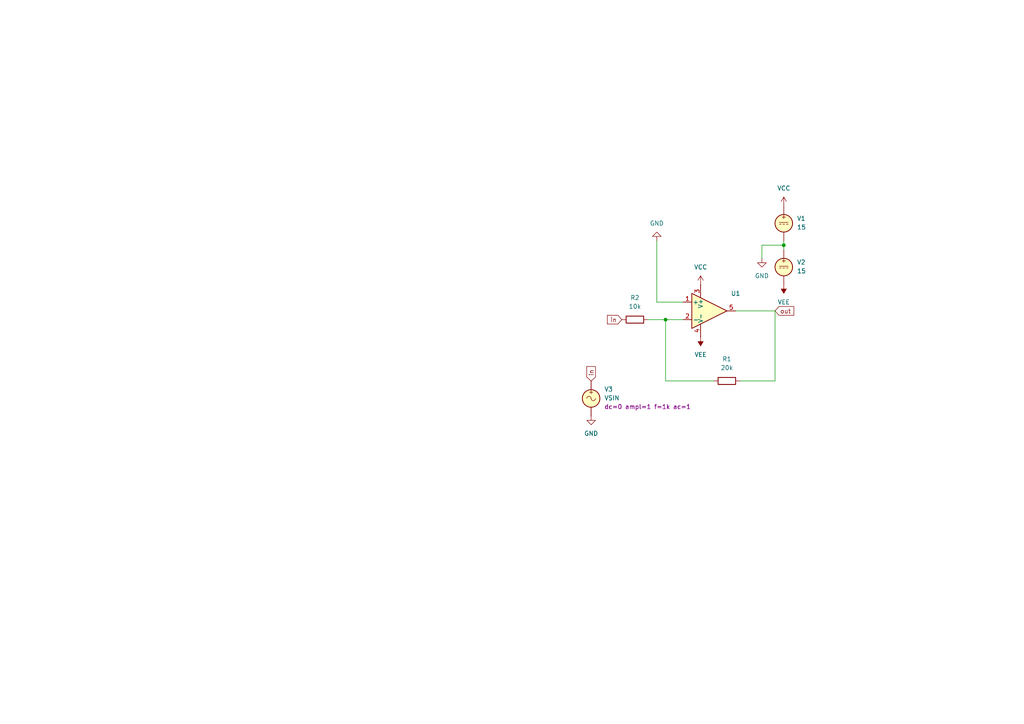
<source format=kicad_sch>
(kicad_sch
	(version 20231120)
	(generator "eeschema")
	(generator_version "8.0")
	(uuid "049971d3-fc09-4bf1-aada-cada964c130a")
	(paper "A4")
	(lib_symbols
		(symbol "Device:R"
			(pin_numbers hide)
			(pin_names
				(offset 0)
			)
			(exclude_from_sim no)
			(in_bom yes)
			(on_board yes)
			(property "Reference" "R"
				(at 2.032 0 90)
				(effects
					(font
						(size 1.27 1.27)
					)
				)
			)
			(property "Value" "R"
				(at 0 0 90)
				(effects
					(font
						(size 1.27 1.27)
					)
				)
			)
			(property "Footprint" ""
				(at -1.778 0 90)
				(effects
					(font
						(size 1.27 1.27)
					)
					(hide yes)
				)
			)
			(property "Datasheet" "~"
				(at 0 0 0)
				(effects
					(font
						(size 1.27 1.27)
					)
					(hide yes)
				)
			)
			(property "Description" "Resistor"
				(at 0 0 0)
				(effects
					(font
						(size 1.27 1.27)
					)
					(hide yes)
				)
			)
			(property "ki_keywords" "R res resistor"
				(at 0 0 0)
				(effects
					(font
						(size 1.27 1.27)
					)
					(hide yes)
				)
			)
			(property "ki_fp_filters" "R_*"
				(at 0 0 0)
				(effects
					(font
						(size 1.27 1.27)
					)
					(hide yes)
				)
			)
			(symbol "R_0_1"
				(rectangle
					(start -1.016 -2.54)
					(end 1.016 2.54)
					(stroke
						(width 0.254)
						(type default)
					)
					(fill
						(type none)
					)
				)
			)
			(symbol "R_1_1"
				(pin passive line
					(at 0 3.81 270)
					(length 1.27)
					(name "~"
						(effects
							(font
								(size 1.27 1.27)
							)
						)
					)
					(number "1"
						(effects
							(font
								(size 1.27 1.27)
							)
						)
					)
				)
				(pin passive line
					(at 0 -3.81 90)
					(length 1.27)
					(name "~"
						(effects
							(font
								(size 1.27 1.27)
							)
						)
					)
					(number "2"
						(effects
							(font
								(size 1.27 1.27)
							)
						)
					)
				)
			)
		)
		(symbol "Simulation_SPICE:OPAMP"
			(pin_names
				(offset 0.254)
			)
			(exclude_from_sim no)
			(in_bom yes)
			(on_board yes)
			(property "Reference" "U"
				(at 3.81 3.175 0)
				(effects
					(font
						(size 1.27 1.27)
					)
					(justify left)
				)
			)
			(property "Value" "${SIM.PARAMS}"
				(at 3.81 -3.175 0)
				(effects
					(font
						(size 1.27 1.27)
					)
					(justify left)
				)
			)
			(property "Footprint" ""
				(at 0 0 0)
				(effects
					(font
						(size 1.27 1.27)
					)
					(hide yes)
				)
			)
			(property "Datasheet" "https://ngspice.sourceforge.io/docs/ngspice-html-manual/manual.xhtml#sec__SUBCKT_Subcircuits"
				(at 0 0 0)
				(effects
					(font
						(size 1.27 1.27)
					)
					(hide yes)
				)
			)
			(property "Description" "Operational amplifier, single, node sequence=1:+ 2:- 3:OUT 4:V+ 5:V-"
				(at 0 0 0)
				(effects
					(font
						(size 1.27 1.27)
					)
					(hide yes)
				)
			)
			(property "Sim.Pins" "1=in+ 2=in- 3=vcc 4=vee 5=out"
				(at 0 0 0)
				(effects
					(font
						(size 1.27 1.27)
					)
					(hide yes)
				)
			)
			(property "Sim.Device" "SUBCKT"
				(at 0 0 0)
				(effects
					(font
						(size 1.27 1.27)
					)
					(justify left)
					(hide yes)
				)
			)
			(property "Sim.Library" "${KICAD8_SYMBOL_DIR}/Simulation_SPICE.sp"
				(at 0 0 0)
				(effects
					(font
						(size 1.27 1.27)
					)
					(hide yes)
				)
			)
			(property "Sim.Name" "kicad_builtin_opamp"
				(at 0 0 0)
				(effects
					(font
						(size 1.27 1.27)
					)
					(hide yes)
				)
			)
			(property "ki_keywords" "simulation"
				(at 0 0 0)
				(effects
					(font
						(size 1.27 1.27)
					)
					(hide yes)
				)
			)
			(symbol "OPAMP_0_1"
				(polyline
					(pts
						(xy 5.08 0) (xy -5.08 5.08) (xy -5.08 -5.08) (xy 5.08 0)
					)
					(stroke
						(width 0.254)
						(type default)
					)
					(fill
						(type background)
					)
				)
			)
			(symbol "OPAMP_1_1"
				(pin input line
					(at -7.62 2.54 0)
					(length 2.54)
					(name "+"
						(effects
							(font
								(size 1.27 1.27)
							)
						)
					)
					(number "1"
						(effects
							(font
								(size 1.27 1.27)
							)
						)
					)
				)
				(pin input line
					(at -7.62 -2.54 0)
					(length 2.54)
					(name "-"
						(effects
							(font
								(size 1.27 1.27)
							)
						)
					)
					(number "2"
						(effects
							(font
								(size 1.27 1.27)
							)
						)
					)
				)
				(pin power_in line
					(at -2.54 7.62 270)
					(length 3.81)
					(name "V+"
						(effects
							(font
								(size 1.27 1.27)
							)
						)
					)
					(number "3"
						(effects
							(font
								(size 1.27 1.27)
							)
						)
					)
				)
				(pin power_in line
					(at -2.54 -7.62 90)
					(length 3.81)
					(name "V-"
						(effects
							(font
								(size 1.27 1.27)
							)
						)
					)
					(number "4"
						(effects
							(font
								(size 1.27 1.27)
							)
						)
					)
				)
				(pin output line
					(at 7.62 0 180)
					(length 2.54)
					(name "~"
						(effects
							(font
								(size 1.27 1.27)
							)
						)
					)
					(number "5"
						(effects
							(font
								(size 1.27 1.27)
							)
						)
					)
				)
			)
		)
		(symbol "Simulation_SPICE:VDC"
			(pin_numbers hide)
			(pin_names
				(offset 0.0254)
			)
			(exclude_from_sim no)
			(in_bom yes)
			(on_board yes)
			(property "Reference" "V"
				(at 2.54 2.54 0)
				(effects
					(font
						(size 1.27 1.27)
					)
					(justify left)
				)
			)
			(property "Value" "1"
				(at 2.54 0 0)
				(effects
					(font
						(size 1.27 1.27)
					)
					(justify left)
				)
			)
			(property "Footprint" ""
				(at 0 0 0)
				(effects
					(font
						(size 1.27 1.27)
					)
					(hide yes)
				)
			)
			(property "Datasheet" "https://ngspice.sourceforge.io/docs/ngspice-html-manual/manual.xhtml#sec_Independent_Sources_for"
				(at 0 0 0)
				(effects
					(font
						(size 1.27 1.27)
					)
					(hide yes)
				)
			)
			(property "Description" "Voltage source, DC"
				(at 0 0 0)
				(effects
					(font
						(size 1.27 1.27)
					)
					(hide yes)
				)
			)
			(property "Sim.Pins" "1=+ 2=-"
				(at 0 0 0)
				(effects
					(font
						(size 1.27 1.27)
					)
					(hide yes)
				)
			)
			(property "Sim.Type" "DC"
				(at 0 0 0)
				(effects
					(font
						(size 1.27 1.27)
					)
					(hide yes)
				)
			)
			(property "Sim.Device" "V"
				(at 0 0 0)
				(effects
					(font
						(size 1.27 1.27)
					)
					(justify left)
					(hide yes)
				)
			)
			(property "ki_keywords" "simulation"
				(at 0 0 0)
				(effects
					(font
						(size 1.27 1.27)
					)
					(hide yes)
				)
			)
			(symbol "VDC_0_0"
				(polyline
					(pts
						(xy -1.27 0.254) (xy 1.27 0.254)
					)
					(stroke
						(width 0)
						(type default)
					)
					(fill
						(type none)
					)
				)
				(polyline
					(pts
						(xy -0.762 -0.254) (xy -1.27 -0.254)
					)
					(stroke
						(width 0)
						(type default)
					)
					(fill
						(type none)
					)
				)
				(polyline
					(pts
						(xy 0.254 -0.254) (xy -0.254 -0.254)
					)
					(stroke
						(width 0)
						(type default)
					)
					(fill
						(type none)
					)
				)
				(polyline
					(pts
						(xy 1.27 -0.254) (xy 0.762 -0.254)
					)
					(stroke
						(width 0)
						(type default)
					)
					(fill
						(type none)
					)
				)
				(text "+"
					(at 0 1.905 0)
					(effects
						(font
							(size 1.27 1.27)
						)
					)
				)
			)
			(symbol "VDC_0_1"
				(circle
					(center 0 0)
					(radius 2.54)
					(stroke
						(width 0.254)
						(type default)
					)
					(fill
						(type background)
					)
				)
			)
			(symbol "VDC_1_1"
				(pin passive line
					(at 0 5.08 270)
					(length 2.54)
					(name "~"
						(effects
							(font
								(size 1.27 1.27)
							)
						)
					)
					(number "1"
						(effects
							(font
								(size 1.27 1.27)
							)
						)
					)
				)
				(pin passive line
					(at 0 -5.08 90)
					(length 2.54)
					(name "~"
						(effects
							(font
								(size 1.27 1.27)
							)
						)
					)
					(number "2"
						(effects
							(font
								(size 1.27 1.27)
							)
						)
					)
				)
			)
		)
		(symbol "Simulation_SPICE:VSIN"
			(pin_numbers hide)
			(pin_names
				(offset 0.0254)
			)
			(exclude_from_sim no)
			(in_bom yes)
			(on_board yes)
			(property "Reference" "V"
				(at 2.54 2.54 0)
				(effects
					(font
						(size 1.27 1.27)
					)
					(justify left)
				)
			)
			(property "Value" "VSIN"
				(at 2.54 0 0)
				(effects
					(font
						(size 1.27 1.27)
					)
					(justify left)
				)
			)
			(property "Footprint" ""
				(at 0 0 0)
				(effects
					(font
						(size 1.27 1.27)
					)
					(hide yes)
				)
			)
			(property "Datasheet" "https://ngspice.sourceforge.io/docs/ngspice-html-manual/manual.xhtml#sec_Independent_Sources_for"
				(at 0 0 0)
				(effects
					(font
						(size 1.27 1.27)
					)
					(hide yes)
				)
			)
			(property "Description" "Voltage source, sinusoidal"
				(at 0 0 0)
				(effects
					(font
						(size 1.27 1.27)
					)
					(hide yes)
				)
			)
			(property "Sim.Pins" "1=+ 2=-"
				(at 0 0 0)
				(effects
					(font
						(size 1.27 1.27)
					)
					(hide yes)
				)
			)
			(property "Sim.Params" "dc=0 ampl=1 f=1k ac=1"
				(at 2.54 -2.54 0)
				(effects
					(font
						(size 1.27 1.27)
					)
					(justify left)
				)
			)
			(property "Sim.Type" "SIN"
				(at 0 0 0)
				(effects
					(font
						(size 1.27 1.27)
					)
					(hide yes)
				)
			)
			(property "Sim.Device" "V"
				(at 0 0 0)
				(effects
					(font
						(size 1.27 1.27)
					)
					(justify left)
					(hide yes)
				)
			)
			(property "ki_keywords" "simulation ac vac"
				(at 0 0 0)
				(effects
					(font
						(size 1.27 1.27)
					)
					(hide yes)
				)
			)
			(symbol "VSIN_0_0"
				(arc
					(start 0 0)
					(mid -0.635 0.6323)
					(end -1.27 0)
					(stroke
						(width 0)
						(type default)
					)
					(fill
						(type none)
					)
				)
				(arc
					(start 0 0)
					(mid 0.635 -0.6323)
					(end 1.27 0)
					(stroke
						(width 0)
						(type default)
					)
					(fill
						(type none)
					)
				)
				(text "+"
					(at 0 1.905 0)
					(effects
						(font
							(size 1.27 1.27)
						)
					)
				)
			)
			(symbol "VSIN_0_1"
				(circle
					(center 0 0)
					(radius 2.54)
					(stroke
						(width 0.254)
						(type default)
					)
					(fill
						(type background)
					)
				)
			)
			(symbol "VSIN_1_1"
				(pin passive line
					(at 0 5.08 270)
					(length 2.54)
					(name "~"
						(effects
							(font
								(size 1.27 1.27)
							)
						)
					)
					(number "1"
						(effects
							(font
								(size 1.27 1.27)
							)
						)
					)
				)
				(pin passive line
					(at 0 -5.08 90)
					(length 2.54)
					(name "~"
						(effects
							(font
								(size 1.27 1.27)
							)
						)
					)
					(number "2"
						(effects
							(font
								(size 1.27 1.27)
							)
						)
					)
				)
			)
		)
		(symbol "power:GND"
			(power)
			(pin_numbers hide)
			(pin_names
				(offset 0) hide)
			(exclude_from_sim no)
			(in_bom yes)
			(on_board yes)
			(property "Reference" "#PWR"
				(at 0 -6.35 0)
				(effects
					(font
						(size 1.27 1.27)
					)
					(hide yes)
				)
			)
			(property "Value" "GND"
				(at 0 -3.81 0)
				(effects
					(font
						(size 1.27 1.27)
					)
				)
			)
			(property "Footprint" ""
				(at 0 0 0)
				(effects
					(font
						(size 1.27 1.27)
					)
					(hide yes)
				)
			)
			(property "Datasheet" ""
				(at 0 0 0)
				(effects
					(font
						(size 1.27 1.27)
					)
					(hide yes)
				)
			)
			(property "Description" "Power symbol creates a global label with name \"GND\" , ground"
				(at 0 0 0)
				(effects
					(font
						(size 1.27 1.27)
					)
					(hide yes)
				)
			)
			(property "ki_keywords" "global power"
				(at 0 0 0)
				(effects
					(font
						(size 1.27 1.27)
					)
					(hide yes)
				)
			)
			(symbol "GND_0_1"
				(polyline
					(pts
						(xy 0 0) (xy 0 -1.27) (xy 1.27 -1.27) (xy 0 -2.54) (xy -1.27 -1.27) (xy 0 -1.27)
					)
					(stroke
						(width 0)
						(type default)
					)
					(fill
						(type none)
					)
				)
			)
			(symbol "GND_1_1"
				(pin power_in line
					(at 0 0 270)
					(length 0)
					(name "~"
						(effects
							(font
								(size 1.27 1.27)
							)
						)
					)
					(number "1"
						(effects
							(font
								(size 1.27 1.27)
							)
						)
					)
				)
			)
		)
		(symbol "power:VCC"
			(power)
			(pin_numbers hide)
			(pin_names
				(offset 0) hide)
			(exclude_from_sim no)
			(in_bom yes)
			(on_board yes)
			(property "Reference" "#PWR"
				(at 0 -3.81 0)
				(effects
					(font
						(size 1.27 1.27)
					)
					(hide yes)
				)
			)
			(property "Value" "VCC"
				(at 0 3.556 0)
				(effects
					(font
						(size 1.27 1.27)
					)
				)
			)
			(property "Footprint" ""
				(at 0 0 0)
				(effects
					(font
						(size 1.27 1.27)
					)
					(hide yes)
				)
			)
			(property "Datasheet" ""
				(at 0 0 0)
				(effects
					(font
						(size 1.27 1.27)
					)
					(hide yes)
				)
			)
			(property "Description" "Power symbol creates a global label with name \"VCC\""
				(at 0 0 0)
				(effects
					(font
						(size 1.27 1.27)
					)
					(hide yes)
				)
			)
			(property "ki_keywords" "global power"
				(at 0 0 0)
				(effects
					(font
						(size 1.27 1.27)
					)
					(hide yes)
				)
			)
			(symbol "VCC_0_1"
				(polyline
					(pts
						(xy -0.762 1.27) (xy 0 2.54)
					)
					(stroke
						(width 0)
						(type default)
					)
					(fill
						(type none)
					)
				)
				(polyline
					(pts
						(xy 0 0) (xy 0 2.54)
					)
					(stroke
						(width 0)
						(type default)
					)
					(fill
						(type none)
					)
				)
				(polyline
					(pts
						(xy 0 2.54) (xy 0.762 1.27)
					)
					(stroke
						(width 0)
						(type default)
					)
					(fill
						(type none)
					)
				)
			)
			(symbol "VCC_1_1"
				(pin power_in line
					(at 0 0 90)
					(length 0)
					(name "~"
						(effects
							(font
								(size 1.27 1.27)
							)
						)
					)
					(number "1"
						(effects
							(font
								(size 1.27 1.27)
							)
						)
					)
				)
			)
		)
		(symbol "power:VEE"
			(power)
			(pin_numbers hide)
			(pin_names
				(offset 0) hide)
			(exclude_from_sim no)
			(in_bom yes)
			(on_board yes)
			(property "Reference" "#PWR"
				(at 0 -3.81 0)
				(effects
					(font
						(size 1.27 1.27)
					)
					(hide yes)
				)
			)
			(property "Value" "VEE"
				(at 0 3.556 0)
				(effects
					(font
						(size 1.27 1.27)
					)
				)
			)
			(property "Footprint" ""
				(at 0 0 0)
				(effects
					(font
						(size 1.27 1.27)
					)
					(hide yes)
				)
			)
			(property "Datasheet" ""
				(at 0 0 0)
				(effects
					(font
						(size 1.27 1.27)
					)
					(hide yes)
				)
			)
			(property "Description" "Power symbol creates a global label with name \"VEE\""
				(at 0 0 0)
				(effects
					(font
						(size 1.27 1.27)
					)
					(hide yes)
				)
			)
			(property "ki_keywords" "global power"
				(at 0 0 0)
				(effects
					(font
						(size 1.27 1.27)
					)
					(hide yes)
				)
			)
			(symbol "VEE_0_1"
				(polyline
					(pts
						(xy 0 0) (xy 0 2.54)
					)
					(stroke
						(width 0)
						(type default)
					)
					(fill
						(type none)
					)
				)
				(polyline
					(pts
						(xy 0.762 1.27) (xy -0.762 1.27) (xy 0 2.54) (xy 0.762 1.27)
					)
					(stroke
						(width 0)
						(type default)
					)
					(fill
						(type outline)
					)
				)
			)
			(symbol "VEE_1_1"
				(pin power_in line
					(at 0 0 90)
					(length 0)
					(name "~"
						(effects
							(font
								(size 1.27 1.27)
							)
						)
					)
					(number "1"
						(effects
							(font
								(size 1.27 1.27)
							)
						)
					)
				)
			)
		)
	)
	(junction
		(at 193.04 92.71)
		(diameter 0)
		(color 0 0 0 0)
		(uuid "94289613-eafe-4c59-8bbd-d58c6da277cc")
	)
	(junction
		(at 227.33 71.12)
		(diameter 0)
		(color 0 0 0 0)
		(uuid "f57a542d-420d-483e-a923-e7160fa6b70b")
	)
	(wire
		(pts
			(xy 198.12 87.63) (xy 190.5 87.63)
		)
		(stroke
			(width 0)
			(type default)
		)
		(uuid "12757a9a-a92c-4d9d-b67e-b3fd015d16ea")
	)
	(wire
		(pts
			(xy 224.79 110.49) (xy 224.79 90.17)
		)
		(stroke
			(width 0)
			(type default)
		)
		(uuid "1c451c9f-bf2f-4722-bc46-e4dc4ad8da34")
	)
	(wire
		(pts
			(xy 227.33 71.12) (xy 227.33 72.39)
		)
		(stroke
			(width 0)
			(type default)
		)
		(uuid "2cca6985-fc00-4040-a5cc-a8480dc2ad57")
	)
	(wire
		(pts
			(xy 227.33 69.85) (xy 227.33 71.12)
		)
		(stroke
			(width 0)
			(type default)
		)
		(uuid "38a8ad99-189b-475e-a600-74658d6fc2a2")
	)
	(wire
		(pts
			(xy 214.63 110.49) (xy 224.79 110.49)
		)
		(stroke
			(width 0)
			(type default)
		)
		(uuid "470a7423-b690-407a-afa7-21f02907243f")
	)
	(wire
		(pts
			(xy 207.01 110.49) (xy 193.04 110.49)
		)
		(stroke
			(width 0)
			(type default)
		)
		(uuid "7d769779-3ccf-41a4-ad82-84417a86a9f9")
	)
	(wire
		(pts
			(xy 227.33 71.12) (xy 220.98 71.12)
		)
		(stroke
			(width 0)
			(type default)
		)
		(uuid "8d993842-7565-44ac-9682-6c996de471c9")
	)
	(wire
		(pts
			(xy 187.96 92.71) (xy 193.04 92.71)
		)
		(stroke
			(width 0)
			(type default)
		)
		(uuid "9b640d4b-5958-48a8-b14e-1175693f2e27")
	)
	(wire
		(pts
			(xy 220.98 71.12) (xy 220.98 74.93)
		)
		(stroke
			(width 0)
			(type default)
		)
		(uuid "9b72831f-96f4-4c81-b952-0c9483797975")
	)
	(wire
		(pts
			(xy 193.04 92.71) (xy 198.12 92.71)
		)
		(stroke
			(width 0)
			(type default)
		)
		(uuid "a780bea7-9657-4f9d-99e6-ad268a3cf5e3")
	)
	(wire
		(pts
			(xy 190.5 87.63) (xy 190.5 69.85)
		)
		(stroke
			(width 0)
			(type default)
		)
		(uuid "c9ca2433-3c2d-48a6-96f4-594417dc28c8")
	)
	(wire
		(pts
			(xy 193.04 110.49) (xy 193.04 92.71)
		)
		(stroke
			(width 0)
			(type default)
		)
		(uuid "e2e6cc97-0f8b-4fd1-9c94-dc3482701f17")
	)
	(wire
		(pts
			(xy 224.79 90.17) (xy 213.36 90.17)
		)
		(stroke
			(width 0)
			(type default)
		)
		(uuid "faf1135c-8fea-4eb8-acbb-31eb4979290e")
	)
	(global_label "in"
		(shape input)
		(at 180.34 92.71 180)
		(fields_autoplaced yes)
		(effects
			(font
				(size 1.27 1.27)
			)
			(justify right)
		)
		(uuid "4280e3d1-f44c-4101-bd34-cd5cd83caa43")
		(property "Intersheetrefs" "${INTERSHEET_REFS}"
			(at 175.601 92.71 0)
			(effects
				(font
					(size 1.27 1.27)
				)
				(justify right)
				(hide yes)
			)
		)
	)
	(global_label "out"
		(shape input)
		(at 224.79 90.17 0)
		(fields_autoplaced yes)
		(effects
			(font
				(size 1.27 1.27)
			)
			(justify left)
		)
		(uuid "a8039868-8812-41a0-a54c-ecca95c1d6a2")
		(property "Intersheetrefs" "${INTERSHEET_REFS}"
			(at 230.7989 90.17 0)
			(effects
				(font
					(size 1.27 1.27)
				)
				(justify left)
				(hide yes)
			)
		)
	)
	(global_label "in"
		(shape input)
		(at 171.45 110.49 90)
		(fields_autoplaced yes)
		(effects
			(font
				(size 1.27 1.27)
			)
			(justify left)
		)
		(uuid "f28059db-dcbe-4441-bd52-af4a81c6a3d7")
		(property "Intersheetrefs" "${INTERSHEET_REFS}"
			(at 171.45 105.751 90)
			(effects
				(font
					(size 1.27 1.27)
				)
				(justify left)
				(hide yes)
			)
		)
	)
	(symbol
		(lib_id "power:VEE")
		(at 227.33 82.55 0)
		(mirror x)
		(unit 1)
		(exclude_from_sim no)
		(in_bom yes)
		(on_board yes)
		(dnp no)
		(uuid "15199550-5877-4d24-a578-d26523ec2722")
		(property "Reference" "#PWR05"
			(at 227.33 78.74 0)
			(effects
				(font
					(size 1.27 1.27)
				)
				(hide yes)
			)
		)
		(property "Value" "VEE"
			(at 227.33 87.63 0)
			(effects
				(font
					(size 1.27 1.27)
				)
			)
		)
		(property "Footprint" ""
			(at 227.33 82.55 0)
			(effects
				(font
					(size 1.27 1.27)
				)
				(hide yes)
			)
		)
		(property "Datasheet" ""
			(at 227.33 82.55 0)
			(effects
				(font
					(size 1.27 1.27)
				)
				(hide yes)
			)
		)
		(property "Description" "Power symbol creates a global label with name \"VEE\""
			(at 227.33 82.55 0)
			(effects
				(font
					(size 1.27 1.27)
				)
				(hide yes)
			)
		)
		(pin "1"
			(uuid "9ebdccca-bcb4-4de4-99d5-3853a44e3b37")
		)
		(instances
			(project "kicadex2"
				(path "/049971d3-fc09-4bf1-aada-cada964c130a"
					(reference "#PWR05")
					(unit 1)
				)
			)
		)
	)
	(symbol
		(lib_id "power:VCC")
		(at 227.33 59.69 0)
		(unit 1)
		(exclude_from_sim no)
		(in_bom yes)
		(on_board yes)
		(dnp no)
		(fields_autoplaced yes)
		(uuid "1d1fce29-55ae-4388-b5ad-47cecc282337")
		(property "Reference" "#PWR04"
			(at 227.33 63.5 0)
			(effects
				(font
					(size 1.27 1.27)
				)
				(hide yes)
			)
		)
		(property "Value" "VCC"
			(at 227.33 54.61 0)
			(effects
				(font
					(size 1.27 1.27)
				)
			)
		)
		(property "Footprint" ""
			(at 227.33 59.69 0)
			(effects
				(font
					(size 1.27 1.27)
				)
				(hide yes)
			)
		)
		(property "Datasheet" ""
			(at 227.33 59.69 0)
			(effects
				(font
					(size 1.27 1.27)
				)
				(hide yes)
			)
		)
		(property "Description" "Power symbol creates a global label with name \"VCC\""
			(at 227.33 59.69 0)
			(effects
				(font
					(size 1.27 1.27)
				)
				(hide yes)
			)
		)
		(pin "1"
			(uuid "fcdc391a-a1e9-4b1f-916d-6ad77fd7adab")
		)
		(instances
			(project "kicadex2"
				(path "/049971d3-fc09-4bf1-aada-cada964c130a"
					(reference "#PWR04")
					(unit 1)
				)
			)
		)
	)
	(symbol
		(lib_id "Simulation_SPICE:VSIN")
		(at 171.45 115.57 0)
		(unit 1)
		(exclude_from_sim no)
		(in_bom yes)
		(on_board yes)
		(dnp no)
		(fields_autoplaced yes)
		(uuid "3d98ae17-eeac-4649-81fc-ee80e108ef34")
		(property "Reference" "V3"
			(at 175.26 112.9001 0)
			(effects
				(font
					(size 1.27 1.27)
				)
				(justify left)
			)
		)
		(property "Value" "VSIN"
			(at 175.26 115.4401 0)
			(effects
				(font
					(size 1.27 1.27)
				)
				(justify left)
			)
		)
		(property "Footprint" ""
			(at 171.45 115.57 0)
			(effects
				(font
					(size 1.27 1.27)
				)
				(hide yes)
			)
		)
		(property "Datasheet" "https://ngspice.sourceforge.io/docs/ngspice-html-manual/manual.xhtml#sec_Independent_Sources_for"
			(at 171.45 115.57 0)
			(effects
				(font
					(size 1.27 1.27)
				)
				(hide yes)
			)
		)
		(property "Description" "Voltage source, sinusoidal"
			(at 171.45 115.57 0)
			(effects
				(font
					(size 1.27 1.27)
				)
				(hide yes)
			)
		)
		(property "Sim.Pins" "1=+ 2=-"
			(at 171.45 115.57 0)
			(effects
				(font
					(size 1.27 1.27)
				)
				(hide yes)
			)
		)
		(property "Sim.Params" "dc=0 ampl=1 f=1k ac=1"
			(at 175.26 117.9801 0)
			(effects
				(font
					(size 1.27 1.27)
				)
				(justify left)
			)
		)
		(property "Sim.Type" "SIN"
			(at 171.45 115.57 0)
			(effects
				(font
					(size 1.27 1.27)
				)
				(hide yes)
			)
		)
		(property "Sim.Device" "V"
			(at 171.45 115.57 0)
			(effects
				(font
					(size 1.27 1.27)
				)
				(justify left)
				(hide yes)
			)
		)
		(pin "2"
			(uuid "d62bbd13-645c-4cd1-99c4-ea64bcaeb2ed")
		)
		(pin "1"
			(uuid "2c06d737-2ad8-47f0-9410-b1f3dc116029")
		)
		(instances
			(project ""
				(path "/049971d3-fc09-4bf1-aada-cada964c130a"
					(reference "V3")
					(unit 1)
				)
			)
		)
	)
	(symbol
		(lib_id "power:GND")
		(at 171.45 120.65 0)
		(unit 1)
		(exclude_from_sim no)
		(in_bom yes)
		(on_board yes)
		(dnp no)
		(fields_autoplaced yes)
		(uuid "5cfe335c-a343-4bc1-8a58-05fb87322369")
		(property "Reference" "#PWR07"
			(at 171.45 127 0)
			(effects
				(font
					(size 1.27 1.27)
				)
				(hide yes)
			)
		)
		(property "Value" "GND"
			(at 171.45 125.73 0)
			(effects
				(font
					(size 1.27 1.27)
				)
			)
		)
		(property "Footprint" ""
			(at 171.45 120.65 0)
			(effects
				(font
					(size 1.27 1.27)
				)
				(hide yes)
			)
		)
		(property "Datasheet" ""
			(at 171.45 120.65 0)
			(effects
				(font
					(size 1.27 1.27)
				)
				(hide yes)
			)
		)
		(property "Description" "Power symbol creates a global label with name \"GND\" , ground"
			(at 171.45 120.65 0)
			(effects
				(font
					(size 1.27 1.27)
				)
				(hide yes)
			)
		)
		(pin "1"
			(uuid "df989d6b-b37c-406b-b930-6a1973b5d157")
		)
		(instances
			(project "kicadex2"
				(path "/049971d3-fc09-4bf1-aada-cada964c130a"
					(reference "#PWR07")
					(unit 1)
				)
			)
		)
	)
	(symbol
		(lib_id "power:GND")
		(at 190.5 69.85 0)
		(mirror x)
		(unit 1)
		(exclude_from_sim no)
		(in_bom yes)
		(on_board yes)
		(dnp no)
		(uuid "777a1910-43c7-4369-ace3-bf10f964a614")
		(property "Reference" "#PWR01"
			(at 190.5 63.5 0)
			(effects
				(font
					(size 1.27 1.27)
				)
				(hide yes)
			)
		)
		(property "Value" "GND"
			(at 190.5 64.77 0)
			(effects
				(font
					(size 1.27 1.27)
				)
			)
		)
		(property "Footprint" ""
			(at 190.5 69.85 0)
			(effects
				(font
					(size 1.27 1.27)
				)
				(hide yes)
			)
		)
		(property "Datasheet" ""
			(at 190.5 69.85 0)
			(effects
				(font
					(size 1.27 1.27)
				)
				(hide yes)
			)
		)
		(property "Description" "Power symbol creates a global label with name \"GND\" , ground"
			(at 190.5 69.85 0)
			(effects
				(font
					(size 1.27 1.27)
				)
				(hide yes)
			)
		)
		(pin "1"
			(uuid "80d73e5c-e738-4700-99ce-90003de1ad4a")
		)
		(instances
			(project ""
				(path "/049971d3-fc09-4bf1-aada-cada964c130a"
					(reference "#PWR01")
					(unit 1)
				)
			)
		)
	)
	(symbol
		(lib_id "Simulation_SPICE:VDC")
		(at 227.33 77.47 0)
		(unit 1)
		(exclude_from_sim no)
		(in_bom yes)
		(on_board yes)
		(dnp no)
		(fields_autoplaced yes)
		(uuid "84c46f3a-2c7a-482e-89d4-4d00457b5dc4")
		(property "Reference" "V2"
			(at 231.14 76.0701 0)
			(effects
				(font
					(size 1.27 1.27)
				)
				(justify left)
			)
		)
		(property "Value" "15"
			(at 231.14 78.6101 0)
			(effects
				(font
					(size 1.27 1.27)
				)
				(justify left)
			)
		)
		(property "Footprint" ""
			(at 227.33 77.47 0)
			(effects
				(font
					(size 1.27 1.27)
				)
				(hide yes)
			)
		)
		(property "Datasheet" "https://ngspice.sourceforge.io/docs/ngspice-html-manual/manual.xhtml#sec_Independent_Sources_for"
			(at 227.33 77.47 0)
			(effects
				(font
					(size 1.27 1.27)
				)
				(hide yes)
			)
		)
		(property "Description" "Voltage source, DC"
			(at 227.33 77.47 0)
			(effects
				(font
					(size 1.27 1.27)
				)
				(hide yes)
			)
		)
		(property "Sim.Pins" "1=+ 2=-"
			(at 227.33 77.47 0)
			(effects
				(font
					(size 1.27 1.27)
				)
				(hide yes)
			)
		)
		(property "Sim.Type" "DC"
			(at 227.33 77.47 0)
			(effects
				(font
					(size 1.27 1.27)
				)
				(hide yes)
			)
		)
		(property "Sim.Device" "V"
			(at 227.33 77.47 0)
			(effects
				(font
					(size 1.27 1.27)
				)
				(justify left)
				(hide yes)
			)
		)
		(pin "2"
			(uuid "525936ec-cc42-4e90-9c7f-6be9b1d9cf79")
		)
		(pin "1"
			(uuid "3c378450-664f-4526-8f98-df52c16b453e")
		)
		(instances
			(project ""
				(path "/049971d3-fc09-4bf1-aada-cada964c130a"
					(reference "V2")
					(unit 1)
				)
			)
		)
	)
	(symbol
		(lib_id "Simulation_SPICE:VDC")
		(at 227.33 64.77 0)
		(unit 1)
		(exclude_from_sim no)
		(in_bom yes)
		(on_board yes)
		(dnp no)
		(fields_autoplaced yes)
		(uuid "8e4a223b-6f70-43bc-b56a-880191cb52f7")
		(property "Reference" "V1"
			(at 231.14 63.3701 0)
			(effects
				(font
					(size 1.27 1.27)
				)
				(justify left)
			)
		)
		(property "Value" "15"
			(at 231.14 65.9101 0)
			(effects
				(font
					(size 1.27 1.27)
				)
				(justify left)
			)
		)
		(property "Footprint" ""
			(at 227.33 64.77 0)
			(effects
				(font
					(size 1.27 1.27)
				)
				(hide yes)
			)
		)
		(property "Datasheet" "https://ngspice.sourceforge.io/docs/ngspice-html-manual/manual.xhtml#sec_Independent_Sources_for"
			(at 227.33 64.77 0)
			(effects
				(font
					(size 1.27 1.27)
				)
				(hide yes)
			)
		)
		(property "Description" "Voltage source, DC"
			(at 227.33 64.77 0)
			(effects
				(font
					(size 1.27 1.27)
				)
				(hide yes)
			)
		)
		(property "Sim.Pins" "1=+ 2=-"
			(at 227.33 64.77 0)
			(effects
				(font
					(size 1.27 1.27)
				)
				(hide yes)
			)
		)
		(property "Sim.Type" "DC"
			(at 227.33 64.77 0)
			(effects
				(font
					(size 1.27 1.27)
				)
				(hide yes)
			)
		)
		(property "Sim.Device" "V"
			(at 227.33 64.77 0)
			(effects
				(font
					(size 1.27 1.27)
				)
				(justify left)
				(hide yes)
			)
		)
		(pin "2"
			(uuid "c56fd8e9-0a90-4e22-bdd7-b946d81947f6")
		)
		(pin "1"
			(uuid "2fe63aae-dedc-4b64-90df-ba7e1c0917d9")
		)
		(instances
			(project ""
				(path "/049971d3-fc09-4bf1-aada-cada964c130a"
					(reference "V1")
					(unit 1)
				)
			)
		)
	)
	(symbol
		(lib_id "power:VCC")
		(at 203.2 82.55 0)
		(unit 1)
		(exclude_from_sim no)
		(in_bom yes)
		(on_board yes)
		(dnp no)
		(fields_autoplaced yes)
		(uuid "c3702eb5-8f09-4bfb-961a-875aba6526b8")
		(property "Reference" "#PWR02"
			(at 203.2 86.36 0)
			(effects
				(font
					(size 1.27 1.27)
				)
				(hide yes)
			)
		)
		(property "Value" "VCC"
			(at 203.2 77.47 0)
			(effects
				(font
					(size 1.27 1.27)
				)
			)
		)
		(property "Footprint" ""
			(at 203.2 82.55 0)
			(effects
				(font
					(size 1.27 1.27)
				)
				(hide yes)
			)
		)
		(property "Datasheet" ""
			(at 203.2 82.55 0)
			(effects
				(font
					(size 1.27 1.27)
				)
				(hide yes)
			)
		)
		(property "Description" "Power symbol creates a global label with name \"VCC\""
			(at 203.2 82.55 0)
			(effects
				(font
					(size 1.27 1.27)
				)
				(hide yes)
			)
		)
		(pin "1"
			(uuid "01ac4609-51a6-4cf5-b6be-2ded3a057f38")
		)
		(instances
			(project ""
				(path "/049971d3-fc09-4bf1-aada-cada964c130a"
					(reference "#PWR02")
					(unit 1)
				)
			)
		)
	)
	(symbol
		(lib_id "Simulation_SPICE:OPAMP")
		(at 205.74 90.17 0)
		(unit 1)
		(exclude_from_sim no)
		(in_bom yes)
		(on_board yes)
		(dnp no)
		(fields_autoplaced yes)
		(uuid "c4cece54-1fed-4a96-827b-3a4d48d4dada")
		(property "Reference" "U1"
			(at 213.36 85.1214 0)
			(effects
				(font
					(size 1.27 1.27)
				)
			)
		)
		(property "Value" "${SIM.PARAMS}"
			(at 213.36 87.0265 0)
			(effects
				(font
					(size 1.27 1.27)
				)
			)
		)
		(property "Footprint" ""
			(at 205.74 90.17 0)
			(effects
				(font
					(size 1.27 1.27)
				)
				(hide yes)
			)
		)
		(property "Datasheet" "https://ngspice.sourceforge.io/docs/ngspice-html-manual/manual.xhtml#sec__SUBCKT_Subcircuits"
			(at 205.74 90.17 0)
			(effects
				(font
					(size 1.27 1.27)
				)
				(hide yes)
			)
		)
		(property "Description" "Operational amplifier, single, node sequence=1:+ 2:- 3:OUT 4:V+ 5:V-"
			(at 205.74 90.17 0)
			(effects
				(font
					(size 1.27 1.27)
				)
				(hide yes)
			)
		)
		(property "Sim.Pins" "1=in+ 2=in- 3=vcc 4=vee 5=out"
			(at 205.74 90.17 0)
			(effects
				(font
					(size 1.27 1.27)
				)
				(hide yes)
			)
		)
		(property "Sim.Device" "SUBCKT"
			(at 205.74 90.17 0)
			(effects
				(font
					(size 1.27 1.27)
				)
				(justify left)
				(hide yes)
			)
		)
		(property "Sim.Library" "${KICAD8_SYMBOL_DIR}/Simulation_SPICE.sp"
			(at 205.74 90.17 0)
			(effects
				(font
					(size 1.27 1.27)
				)
				(hide yes)
			)
		)
		(property "Sim.Name" "kicad_builtin_opamp"
			(at 205.74 90.17 0)
			(effects
				(font
					(size 1.27 1.27)
				)
				(hide yes)
			)
		)
		(pin "3"
			(uuid "975f116b-bd61-4b07-8778-1558c5e34780")
		)
		(pin "1"
			(uuid "e0ccd729-d90d-4876-8540-7010485fdf09")
		)
		(pin "5"
			(uuid "50b5378b-788b-46cc-a624-5899173fc118")
		)
		(pin "2"
			(uuid "9f6b9df0-26aa-4757-944c-215513036c86")
		)
		(pin "4"
			(uuid "a9f48d6c-456c-412f-8301-61376925fa1b")
		)
		(instances
			(project ""
				(path "/049971d3-fc09-4bf1-aada-cada964c130a"
					(reference "U1")
					(unit 1)
				)
			)
		)
	)
	(symbol
		(lib_id "power:GND")
		(at 220.98 74.93 0)
		(unit 1)
		(exclude_from_sim no)
		(in_bom yes)
		(on_board yes)
		(dnp no)
		(fields_autoplaced yes)
		(uuid "d945d08a-2c44-4bdd-9c51-0916214f6535")
		(property "Reference" "#PWR06"
			(at 220.98 81.28 0)
			(effects
				(font
					(size 1.27 1.27)
				)
				(hide yes)
			)
		)
		(property "Value" "GND"
			(at 220.98 80.01 0)
			(effects
				(font
					(size 1.27 1.27)
				)
			)
		)
		(property "Footprint" ""
			(at 220.98 74.93 0)
			(effects
				(font
					(size 1.27 1.27)
				)
				(hide yes)
			)
		)
		(property "Datasheet" ""
			(at 220.98 74.93 0)
			(effects
				(font
					(size 1.27 1.27)
				)
				(hide yes)
			)
		)
		(property "Description" "Power symbol creates a global label with name \"GND\" , ground"
			(at 220.98 74.93 0)
			(effects
				(font
					(size 1.27 1.27)
				)
				(hide yes)
			)
		)
		(pin "1"
			(uuid "87dc3099-ca14-4abd-812a-e85491a71ea7")
		)
		(instances
			(project ""
				(path "/049971d3-fc09-4bf1-aada-cada964c130a"
					(reference "#PWR06")
					(unit 1)
				)
			)
		)
	)
	(symbol
		(lib_id "Device:R")
		(at 184.15 92.71 90)
		(unit 1)
		(exclude_from_sim no)
		(in_bom yes)
		(on_board yes)
		(dnp no)
		(fields_autoplaced yes)
		(uuid "e333bb80-109e-4e1c-b15e-69d945e2b42b")
		(property "Reference" "R2"
			(at 184.15 86.36 90)
			(effects
				(font
					(size 1.27 1.27)
				)
			)
		)
		(property "Value" "10k"
			(at 184.15 88.9 90)
			(effects
				(font
					(size 1.27 1.27)
				)
			)
		)
		(property "Footprint" ""
			(at 184.15 94.488 90)
			(effects
				(font
					(size 1.27 1.27)
				)
				(hide yes)
			)
		)
		(property "Datasheet" "~"
			(at 184.15 92.71 0)
			(effects
				(font
					(size 1.27 1.27)
				)
				(hide yes)
			)
		)
		(property "Description" "Resistor"
			(at 184.15 92.71 0)
			(effects
				(font
					(size 1.27 1.27)
				)
				(hide yes)
			)
		)
		(pin "2"
			(uuid "163a7742-9779-4ae1-957d-d0ebf0f90703")
		)
		(pin "1"
			(uuid "7f8dfe68-c522-4f1d-816f-ff364458e7e8")
		)
		(instances
			(project "kicadex2"
				(path "/049971d3-fc09-4bf1-aada-cada964c130a"
					(reference "R2")
					(unit 1)
				)
			)
		)
	)
	(symbol
		(lib_id "Device:R")
		(at 210.82 110.49 90)
		(unit 1)
		(exclude_from_sim no)
		(in_bom yes)
		(on_board yes)
		(dnp no)
		(fields_autoplaced yes)
		(uuid "e3f46c32-76b2-4399-a76d-5cc1bd54cb8d")
		(property "Reference" "R1"
			(at 210.82 104.14 90)
			(effects
				(font
					(size 1.27 1.27)
				)
			)
		)
		(property "Value" "20k"
			(at 210.82 106.68 90)
			(effects
				(font
					(size 1.27 1.27)
				)
			)
		)
		(property "Footprint" ""
			(at 210.82 112.268 90)
			(effects
				(font
					(size 1.27 1.27)
				)
				(hide yes)
			)
		)
		(property "Datasheet" "~"
			(at 210.82 110.49 0)
			(effects
				(font
					(size 1.27 1.27)
				)
				(hide yes)
			)
		)
		(property "Description" "Resistor"
			(at 210.82 110.49 0)
			(effects
				(font
					(size 1.27 1.27)
				)
				(hide yes)
			)
		)
		(pin "2"
			(uuid "5c490d8d-c0dd-4c5b-aa2c-49d237fd5de8")
		)
		(pin "1"
			(uuid "dca673a1-33d4-49d2-8dc5-38a76d36f238")
		)
		(instances
			(project ""
				(path "/049971d3-fc09-4bf1-aada-cada964c130a"
					(reference "R1")
					(unit 1)
				)
			)
		)
	)
	(symbol
		(lib_id "power:VEE")
		(at 203.2 97.79 0)
		(mirror x)
		(unit 1)
		(exclude_from_sim no)
		(in_bom yes)
		(on_board yes)
		(dnp no)
		(uuid "e6ffc460-66c9-40ad-bc85-5feda3493e40")
		(property "Reference" "#PWR03"
			(at 203.2 93.98 0)
			(effects
				(font
					(size 1.27 1.27)
				)
				(hide yes)
			)
		)
		(property "Value" "VEE"
			(at 203.2 102.87 0)
			(effects
				(font
					(size 1.27 1.27)
				)
			)
		)
		(property "Footprint" ""
			(at 203.2 97.79 0)
			(effects
				(font
					(size 1.27 1.27)
				)
				(hide yes)
			)
		)
		(property "Datasheet" ""
			(at 203.2 97.79 0)
			(effects
				(font
					(size 1.27 1.27)
				)
				(hide yes)
			)
		)
		(property "Description" "Power symbol creates a global label with name \"VEE\""
			(at 203.2 97.79 0)
			(effects
				(font
					(size 1.27 1.27)
				)
				(hide yes)
			)
		)
		(pin "1"
			(uuid "e28cacba-4cc3-4681-a3ea-684211699551")
		)
		(instances
			(project ""
				(path "/049971d3-fc09-4bf1-aada-cada964c130a"
					(reference "#PWR03")
					(unit 1)
				)
			)
		)
	)
	(sheet_instances
		(path "/"
			(page "1")
		)
	)
)

</source>
